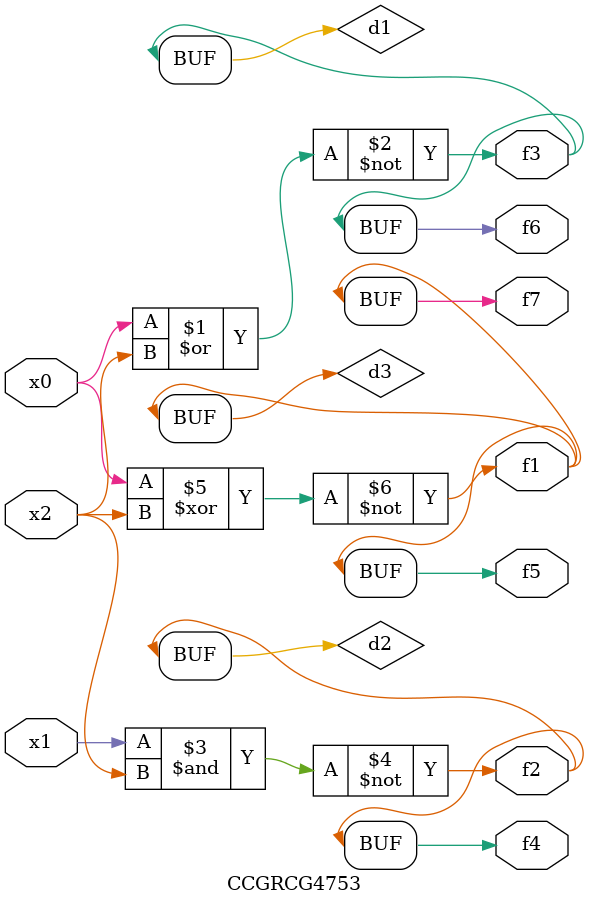
<source format=v>
module CCGRCG4753(
	input x0, x1, x2,
	output f1, f2, f3, f4, f5, f6, f7
);

	wire d1, d2, d3;

	nor (d1, x0, x2);
	nand (d2, x1, x2);
	xnor (d3, x0, x2);
	assign f1 = d3;
	assign f2 = d2;
	assign f3 = d1;
	assign f4 = d2;
	assign f5 = d3;
	assign f6 = d1;
	assign f7 = d3;
endmodule

</source>
